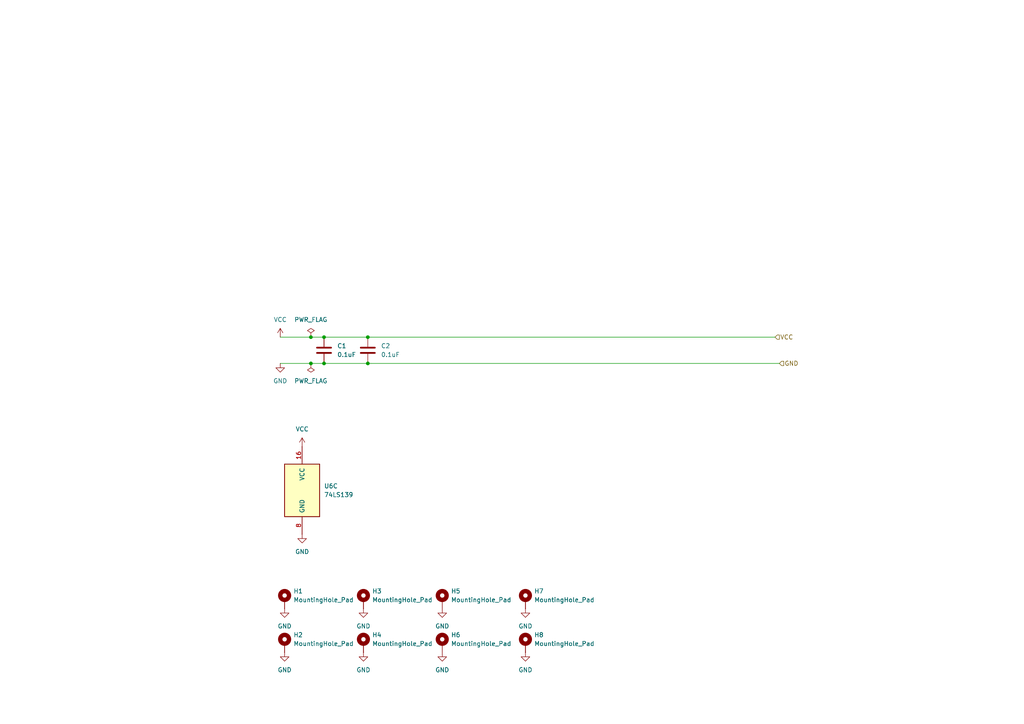
<source format=kicad_sch>
(kicad_sch (version 20231120) (generator "eeschema") (generator_version "8.0")
  (paper "A4")
  (title_block (title "Octuplex 8-bit Microcomputer") (date "2024-12-01") (company "John Honniball"))
  (lib_symbols
    (symbol "74xx:74LS139" (pin_names (offset 1.016))
      (property "Reference" "U" (at -7.62 8.89 0))
      (property "Value" "74LS139" (at -7.62 -8.89 0))
      (symbol "74LS139_1_0"
        (pin input inverted (at -12.7 -5.08 0) (length 5.08) (name "E") (number "1"))
        (pin input line (at -12.7 0 0) (length 5.08) (name "A0") (number "2"))
        (pin input line (at -12.7 2.54 0) (length 5.08) (name "A1") (number "3"))
        (pin output inverted (at 12.7 2.54 180) (length 5.08) (name "O0") (number "4"))
        (pin output inverted (at 12.7 0 180) (length 5.08) (name "O1") (number "5"))
        (pin output inverted (at 12.7 -2.54 180) (length 5.08) (name "O2") (number "6"))
        (pin output inverted (at 12.7 -5.08 180) (length 5.08) (name "O3") (number "7"))
      )
      (symbol "74LS139_1_1"
        (rectangle (start -7.62 5.08) (end 7.62 -7.62) (stroke (width 0.254)) (fill (type background)))
      )
      (symbol "74LS139_2_0"
        (pin output inverted (at 12.7 -2.54 180) (length 5.08) (name "O2") (number "10"))
        (pin output inverted (at 12.7 0 180) (length 5.08) (name "O1") (number "11"))
        (pin output inverted (at 12.7 2.54 180) (length 5.08) (name "O0") (number "12"))
        (pin input line (at -12.7 2.54 0) (length 5.08) (name "A1") (number "13"))
        (pin input line (at -12.7 0 0) (length 5.08) (name "A0") (number "14"))
        (pin input inverted (at -12.7 -5.08 0) (length 5.08) (name "E") (number "15"))
        (pin output inverted (at 12.7 -5.08 180) (length 5.08) (name "O3") (number "9"))
      )
      (symbol "74LS139_2_1"
        (rectangle (start -7.62 5.08) (end 7.62 -7.62) (stroke (width 0.254)) (fill (type background)))
      )
      (symbol "74LS139_3_0"
        (pin power_in line (at 0 12.7 270) (length 5.08) (name "VCC") (number "16"))
        (pin power_in line (at 0 -12.7 90) (length 5.08) (name "GND") (number "8"))
      )
      (symbol "74LS139_3_1"
        (rectangle (start -5.08 7.62) (end 5.08 -7.62) (stroke (width 0.254)) (fill (type background)))
      )
    )
    (symbol "Device:C" (pin_numbers hide) (pin_names (offset 0.254))
      (property "Reference" "C" (at 0.635 2.54 0))
      (property "Value" "C" (at 0.635 -2.54 0))
      (symbol "C_0_1"
        (polyline (pts (xy -2.032 -0.762) (xy 2.032 -0.762)) (stroke (width 0.508)))
        (polyline (pts (xy -2.032 0.762) (xy 2.032 0.762)) (stroke (width 0.508)))
      )
      (symbol "C_1_1"
        (pin passive line (at 0 3.81 270) (length 2.794) (name "~") (number "1"))
        (pin passive line (at 0 -3.81 90) (length 2.794) (name "~") (number "2"))
      )
    )
    (symbol "Mechanical:MountingHole_Pad" (pin_numbers hide) (pin_names (offset 1.016) hide) (exclude_from_sim yes) (in_bom no)
      (property "Reference" "H" (at 0 6.35 0))
      (property "Value" "MountingHole_Pad" (at 0 4.445 0))
      (symbol "MountingHole_Pad_0_1"
        (circle (center 0 1.27) (radius 1.27) (stroke (width 1.27)))
      )
      (symbol "MountingHole_Pad_1_1"
        (pin input line (at 0 -2.54 90) (length 2.54) (name "1") (number "1"))
      )
    )
    (symbol "power:GND" (power) (pin_numbers hide) (pin_names (offset 0) hide)
      (property "Value" "GND" (at 0 -3.81 0))
      (symbol "GND_0_1"
        (polyline (pts (xy 0 0) (xy 0 -1.27) (xy 1.27 -1.27) (xy 0 -2.54) (xy -1.27 -1.27) (xy 0 -1.27)))
      )
      (symbol "GND_1_1"
        (pin power_in line (at 0 0 270) (length 0) (name "~") (number "1"))
      )
    )
    (symbol "power:PWR_FLAG" (power) (pin_numbers hide) (pin_names (offset 0) hide)
      (property "Value" "PWR_FLAG" (at 0 3.81 0))
      (symbol "PWR_FLAG_0_0"
        (pin power_out line (at 0 0 90) (length 0) (name "~") (number "1"))
      )
      (symbol "PWR_FLAG_0_1"
        (polyline (pts (xy 0 0) (xy 0 1.27) (xy -1.016 1.905) (xy 0 2.54) (xy 1.016 1.905) (xy 0 1.27)))
      )
    )
    (symbol "power:VCC" (power) (pin_numbers hide) (pin_names (offset 0) hide)
      (property "Value" "VCC" (at 0 3.556 0))
      (symbol "VCC_0_1"
        (polyline (pts (xy -0.762 1.27) (xy 0 2.54)))
        (polyline (pts (xy 0 0) (xy 0 2.54)))
        (polyline (pts (xy 0 2.54) (xy 0.762 1.27)))
      )
      (symbol "VCC_1_1"
        (pin power_in line (at 0 0 90) (length 0) (name "~") (number "1"))
      )
    )
  )
  (junction (at 106.68 105.41))
  (junction (at 93.98 97.79))
  (junction (at 93.98 105.41))
  (junction (at 90.17 105.41))
  (junction (at 90.17 97.79))
  (junction (at 106.68 97.79))
  (wire (pts (xy 81.28 105.41) (xy 90.17 105.41)))
  (wire (pts (xy 93.98 105.41) (xy 106.68 105.41)))
  (wire (pts (xy 93.98 97.79) (xy 106.68 97.79)))
  (wire (pts (xy 90.17 105.41) (xy 93.98 105.41)))
  (wire (pts (xy 90.17 97.79) (xy 93.98 97.79)))
  (wire (pts (xy 106.68 105.41) (xy 226.06 105.41)))
  (wire (pts (xy 81.28 97.79) (xy 90.17 97.79)))
  (wire (pts (xy 106.68 97.79) (xy 224.79 97.79)))
  (hierarchical_label "GND" (shape input) (at 226.06 105.41 0))
  (hierarchical_label "VCC" (shape input) (at 224.79 97.79 0))
  (symbol (lib_id "Mechanical:MountingHole_Pad") (at 105.41 173.99 0) (unit 1) (exclude_from_sim yes) (in_bom no)
    (property "Reference" "H3" (at 107.95 171.4499 0) (effects (justify left)))
    (property "Value" "MountingHole_Pad" (at 107.95 173.9899 0) (effects (justify left)))
    (property "Footprint" "MountingHole:MountingHole_3.2mm_M3_Pad" (effects (hide yes)))
    (property "Description" "Mounting Hole with connection" (effects (hide yes)))
  )
  (symbol (lib_id "power:GND") (at 81.28 105.41 0) (unit 1)
    (property "Reference" "#PWR025" (effects (hide yes)))
    (property "Value" "GND" (at 81.28 110.49 0))
    (property "Description" "Power symbol creates a global label with name \"GND\" , ground" (effects (hide yes)))
  )
  (symbol (lib_id "power:PWR_FLAG") (at 90.17 97.79 0) (unit 1)
    (property "Reference" "#FLG01" (effects (hide yes)))
    (property "Value" "PWR_FLAG" (at 90.17 92.71 0))
    (property "Description" "Special symbol for telling ERC where power comes from" (effects (hide yes)))
  )
  (symbol (lib_id "power:GND") (at 82.55 189.23 0) (unit 1)
    (property "Reference" "#PWR015" (effects (hide yes)))
    (property "Value" "GND" (at 82.55 194.31 0))
    (property "Description" "Power symbol creates a global label with name \"GND\" , ground" (effects (hide yes)))
  )
  (symbol (lib_id "Mechanical:MountingHole_Pad") (at 152.4 173.99 0) (unit 1) (exclude_from_sim yes) (in_bom no)
    (property "Reference" "H7" (at 154.94 171.4499 0) (effects (justify left)))
    (property "Value" "MountingHole_Pad" (at 154.94 173.9899 0) (effects (justify left)))
    (property "Footprint" "MountingHole:MountingHole_3.2mm_M3_Pad" (effects (hide yes)))
    (property "Description" "Mounting Hole with connection" (effects (hide yes)))
  )
  (symbol (lib_id "power:VCC") (at 81.28 97.79 0) (unit 1)
    (property "Reference" "#PWR026" (effects (hide yes)))
    (property "Value" "VCC" (at 81.28 92.71 0))
    (property "Description" "Power symbol creates a global label with name \"VCC\"" (effects (hide yes)))
  )
  (symbol (lib_id "power:GND") (at 128.27 176.53 0) (unit 1)
    (property "Reference" "#PWR018" (effects (hide yes)))
    (property "Value" "GND" (at 128.27 181.61 0))
    (property "Description" "Power symbol creates a global label with name \"GND\" , ground" (effects (hide yes)))
  )
  (symbol (lib_id "74xx:74LS139") (at 87.63 142.24 0) (unit 3)
    (property "Reference" "U6" (at 93.98 140.9699 0) (effects (justify left)))
    (property "Value" "74LS139" (at 93.98 143.5099 0) (effects (justify left)))
    (property "Footprint" "Package_DIP:DIP-16_W7.62mm" (effects (hide yes)))
    (property "Datasheet" "http://www.ti.com/lit/ds/symlink/sn74ls139a.pdf" (effects (hide yes)))
    (property "Description" "Dual Decoder 1 of 4, Active low outputs" (effects (hide yes)))
  )
  (symbol (lib_id "power:GND") (at 105.41 176.53 0) (unit 1)
    (property "Reference" "#PWR016" (effects (hide yes)))
    (property "Value" "GND" (at 105.41 181.61 0))
    (property "Description" "Power symbol creates a global label with name \"GND\" , ground" (effects (hide yes)))
  )
  (symbol (lib_id "power:GND") (at 152.4 189.23 0) (unit 1)
    (property "Reference" "#PWR021" (effects (hide yes)))
    (property "Value" "GND" (at 152.4 194.31 0))
    (property "Description" "Power symbol creates a global label with name \"GND\" , ground" (effects (hide yes)))
  )
  (symbol (lib_id "power:GND") (at 105.41 189.23 0) (unit 1)
    (property "Reference" "#PWR017" (effects (hide yes)))
    (property "Value" "GND" (at 105.41 194.31 0))
    (property "Description" "Power symbol creates a global label with name \"GND\" , ground" (effects (hide yes)))
  )
  (symbol (lib_id "Mechanical:MountingHole_Pad") (at 128.27 173.99 0) (unit 1) (exclude_from_sim yes) (in_bom no)
    (property "Reference" "H5" (at 130.81 171.4499 0) (effects (justify left)))
    (property "Value" "MountingHole_Pad" (at 130.81 173.9899 0) (effects (justify left)))
    (property "Footprint" "MountingHole:MountingHole_3.2mm_M3_Pad" (effects (hide yes)))
    (property "Description" "Mounting Hole with connection" (effects (hide yes)))
  )
  (symbol (lib_id "Mechanical:MountingHole_Pad") (at 128.27 186.69 0) (unit 1) (exclude_from_sim yes) (in_bom no)
    (property "Reference" "H6" (at 130.81 184.1499 0) (effects (justify left)))
    (property "Value" "MountingHole_Pad" (at 130.81 186.6899 0) (effects (justify left)))
    (property "Footprint" "MountingHole:MountingHole_3.2mm_M3_Pad" (effects (hide yes)))
    (property "Description" "Mounting Hole with connection" (effects (hide yes)))
  )
  (symbol (lib_id "Device:C") (at 93.98 101.6 0) (unit 1)
    (property "Reference" "C1" (at 97.79 100.3299 0) (effects (justify left)))
    (property "Value" "0.1uF" (at 97.79 102.8699 0) (effects (justify left)))
    (property "Footprint" "Capacitor_THT:C_Radial_D6.3mm_H5.0mm_P2.50mm" (effects (hide yes)))
    (property "Description" "Unpolarized capacitor" (effects (hide yes)))
  )
  (symbol (lib_id "power:GND") (at 152.4 176.53 0) (unit 1)
    (property "Reference" "#PWR020" (effects (hide yes)))
    (property "Value" "GND" (at 152.4 181.61 0))
    (property "Description" "Power symbol creates a global label with name \"GND\" , ground" (effects (hide yes)))
  )
  (symbol (lib_id "power:VCC") (at 87.63 129.54 0) (unit 1)
    (property "Reference" "#PWR09" (effects (hide yes)))
    (property "Value" "VCC" (at 87.63 124.46 0))
    (property "Description" "Power symbol creates a global label with name \"VCC\"" (effects (hide yes)))
  )
  (symbol (lib_id "power:GND") (at 82.55 176.53 0) (unit 1)
    (property "Reference" "#PWR014" (effects (hide yes)))
    (property "Value" "GND" (at 82.55 181.61 0))
    (property "Description" "Power symbol creates a global label with name \"GND\" , ground" (effects (hide yes)))
  )
  (symbol (lib_id "power:GND") (at 87.63 154.94 0) (unit 1)
    (property "Reference" "#PWR010" (effects (hide yes)))
    (property "Value" "GND" (at 87.63 160.02 0))
    (property "Description" "Power symbol creates a global label with name \"GND\" , ground" (effects (hide yes)))
  )
  (symbol (lib_id "power:GND") (at 128.27 189.23 0) (unit 1)
    (property "Reference" "#PWR019" (effects (hide yes)))
    (property "Value" "GND" (at 128.27 194.31 0))
    (property "Description" "Power symbol creates a global label with name \"GND\" , ground" (effects (hide yes)))
  )
  (symbol (lib_id "Device:C") (at 106.68 101.6 0) (unit 1)
    (property "Reference" "C2" (at 110.49 100.3299 0) (effects (justify left)))
    (property "Value" "0.1uF" (at 110.49 102.8699 0) (effects (justify left)))
    (property "Footprint" "Capacitor_THT:C_Radial_D6.3mm_H5.0mm_P2.50mm" (effects (hide yes)))
    (property "Description" "Unpolarized capacitor" (effects (hide yes)))
  )
  (symbol (lib_id "Mechanical:MountingHole_Pad") (at 105.41 186.69 0) (unit 1) (exclude_from_sim yes) (in_bom no)
    (property "Reference" "H4" (at 107.95 184.1499 0) (effects (justify left)))
    (property "Value" "MountingHole_Pad" (at 107.95 186.6899 0) (effects (justify left)))
    (property "Footprint" "MountingHole:MountingHole_3.2mm_M3_Pad" (effects (hide yes)))
    (property "Description" "Mounting Hole with connection" (effects (hide yes)))
  )
  (symbol (lib_id "power:PWR_FLAG") (at 90.17 105.41 180) (unit 1)
    (property "Reference" "#FLG02" (effects (hide yes)))
    (property "Value" "PWR_FLAG" (at 90.17 110.49 0))
    (property "Description" "Special symbol for telling ERC where power comes from" (effects (hide yes)))
  )
  (symbol (lib_id "Mechanical:MountingHole_Pad") (at 152.4 186.69 0) (unit 1) (exclude_from_sim yes) (in_bom no)
    (property "Reference" "H8" (at 154.94 184.1499 0) (effects (justify left)))
    (property "Value" "MountingHole_Pad" (at 154.94 186.6899 0) (effects (justify left)))
    (property "Footprint" "MountingHole:MountingHole_3.2mm_M3_Pad" (effects (hide yes)))
    (property "Description" "Mounting Hole with connection" (effects (hide yes)))
  )
  (symbol (lib_id "Mechanical:MountingHole_Pad") (at 82.55 186.69 0) (unit 1) (exclude_from_sim yes) (in_bom no)
    (property "Reference" "H2" (at 85.09 184.1499 0) (effects (justify left)))
    (property "Value" "MountingHole_Pad" (at 85.09 186.6899 0) (effects (justify left)))
    (property "Footprint" "MountingHole:MountingHole_3.2mm_M3_Pad" (effects (hide yes)))
    (property "Description" "Mounting Hole with connection" (effects (hide yes)))
  )
  (symbol (lib_id "Mechanical:MountingHole_Pad") (at 82.55 173.99 0) (unit 1) (exclude_from_sim yes) (in_bom no)
    (property "Reference" "H1" (at 85.09 171.4499 0) (effects (justify left)))
    (property "Value" "MountingHole_Pad" (at 85.09 173.9899 0) (effects (justify left)))
    (property "Footprint" "MountingHole:MountingHole_3.2mm_M3_Pad" (effects (hide yes)))
    (property "Description" "Mounting Hole with connection" (effects (hide yes)))
  )
)
</source>
